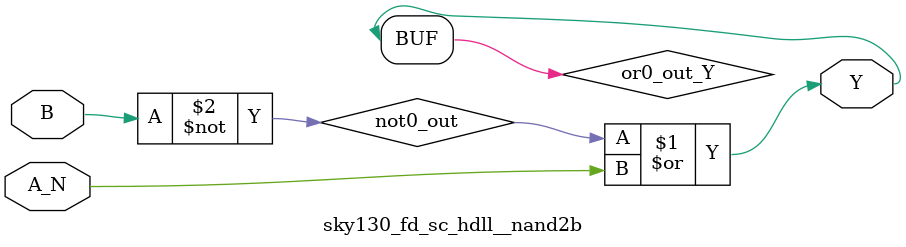
<source format=v>
/*
 * Copyright 2020 The SkyWater PDK Authors
 *
 * Licensed under the Apache License, Version 2.0 (the "License");
 * you may not use this file except in compliance with the License.
 * You may obtain a copy of the License at
 *
 *     https://www.apache.org/licenses/LICENSE-2.0
 *
 * Unless required by applicable law or agreed to in writing, software
 * distributed under the License is distributed on an "AS IS" BASIS,
 * WITHOUT WARRANTIES OR CONDITIONS OF ANY KIND, either express or implied.
 * See the License for the specific language governing permissions and
 * limitations under the License.
 *
 * SPDX-License-Identifier: Apache-2.0
*/


`ifndef SKY130_FD_SC_HDLL__NAND2B_FUNCTIONAL_V
`define SKY130_FD_SC_HDLL__NAND2B_FUNCTIONAL_V

/**
 * nand2b: 2-input NAND, first input inverted.
 *
 * Verilog simulation functional model.
 */

`timescale 1ns / 1ps
`default_nettype none

`celldefine
module sky130_fd_sc_hdll__nand2b (
    Y  ,
    A_N,
    B
);

    // Module ports
    output Y  ;
    input  A_N;
    input  B  ;

    // Local signals
    wire not0_out ;
    wire or0_out_Y;

    //  Name  Output     Other arguments
    not not0 (not0_out , B              );
    or  or0  (or0_out_Y, not0_out, A_N  );
    buf buf0 (Y        , or0_out_Y      );

endmodule
`endcelldefine

`default_nettype wire
`endif  // SKY130_FD_SC_HDLL__NAND2B_FUNCTIONAL_V

</source>
